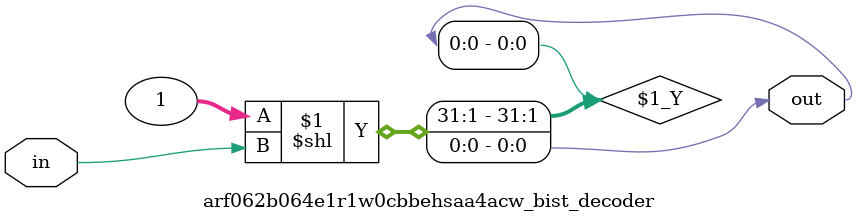
<source format=sv>

`ifndef ARF062B064E1R1W0CBBEHSAA4ACW_BIST_DECODER_SV
`define ARF062B064E1R1W0CBBEHSAA4ACW_BIST_DECODER_SV

module arf062b064e1r1w0cbbehsaa4acw_bist_decoder # (
  parameter IN_WIDTH  = 1,
  parameter OUT_WIDTH = 1
)
(
  input  logic [IN_WIDTH-1:0]  in,
  output logic [OUT_WIDTH-1:0] out
);
  
  assign out = 'b1 << in;

endmodule // arf062b064e1r1w0cbbehsaa4acw_bist_decoder

`endif // ARF062B064E1R1W0CBBEHSAA4ACW_BIST_DECODER_SV
</source>
